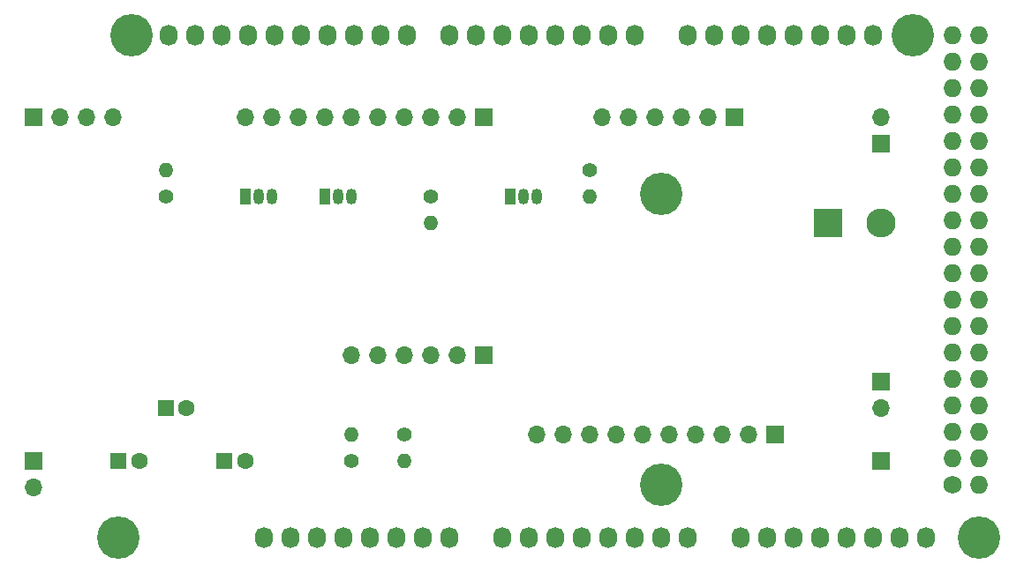
<source format=gbr>
%TF.GenerationSoftware,KiCad,Pcbnew,(6.0.4-0)*%
%TF.CreationDate,2022-06-10T18:36:53-07:00*%
%TF.ProjectId,sailface-mega-shield,7361696c-6661-4636-952d-6d6567612d73,rev?*%
%TF.SameCoordinates,Original*%
%TF.FileFunction,Soldermask,Top*%
%TF.FilePolarity,Negative*%
%FSLAX46Y46*%
G04 Gerber Fmt 4.6, Leading zero omitted, Abs format (unit mm)*
G04 Created by KiCad (PCBNEW (6.0.4-0)) date 2022-06-10 18:36:53*
%MOMM*%
%LPD*%
G01*
G04 APERTURE LIST*
%ADD10O,1.700000X1.700000*%
%ADD11R,1.700000X1.700000*%
%ADD12R,2.800000X2.800000*%
%ADD13O,2.800000X2.800000*%
%ADD14C,1.400000*%
%ADD15O,1.400000X1.400000*%
%ADD16R,1.600000X1.600000*%
%ADD17C,1.600000*%
%ADD18O,1.050000X1.500000*%
%ADD19R,1.050000X1.500000*%
%ADD20C,1.727200*%
%ADD21O,1.727200X1.727200*%
%ADD22O,1.727200X2.032000*%
%ADD23C,4.064000*%
G04 APERTURE END LIST*
D10*
%TO.C,BAT_CURRENT_SENSOR*%
X139700000Y-101600000D03*
X142240000Y-101600000D03*
X144780000Y-101600000D03*
X147320000Y-101600000D03*
X149860000Y-101600000D03*
D11*
X152400000Y-101600000D03*
%TD*%
D12*
%TO.C,D1*%
X185420000Y-88900000D03*
D13*
X190500000Y-88900000D03*
%TD*%
D14*
%TO.C,R5*%
X139700000Y-111760000D03*
D15*
X139700000Y-109220000D03*
%TD*%
D14*
%TO.C,R4*%
X144780000Y-109220000D03*
D15*
X144780000Y-111760000D03*
%TD*%
D14*
%TO.C,R3*%
X147320000Y-86360000D03*
D15*
X147320000Y-88900000D03*
%TD*%
D14*
%TO.C,R2*%
X162560000Y-83820000D03*
D15*
X162560000Y-86360000D03*
%TD*%
D14*
%TO.C,R1*%
X121920000Y-86360000D03*
D15*
X121920000Y-83820000D03*
%TD*%
D11*
%TO.C,BATTERY*%
X190500000Y-81280000D03*
D10*
X190500000Y-78740000D03*
%TD*%
D11*
%TO.C,ARDUINO_POWER1*%
X109220000Y-111760000D03*
D10*
X109220000Y-114300000D03*
%TD*%
D11*
%TO.C,MOTOR_PWM*%
X190500000Y-111760000D03*
%TD*%
D10*
%TO.C,MOTOR_POWER*%
X190500000Y-106680000D03*
D11*
X190500000Y-104140000D03*
%TD*%
D16*
%TO.C,C3*%
X121920000Y-106680000D03*
D17*
X123920000Y-106680000D03*
%TD*%
D16*
%TO.C,C2*%
X127540000Y-111760000D03*
D17*
X129540000Y-111760000D03*
%TD*%
D16*
%TO.C,C1*%
X117380000Y-111760000D03*
D17*
X119380000Y-111760000D03*
%TD*%
D18*
%TO.C,MPU_TOGGLE1*%
X139700000Y-86360000D03*
X138430000Y-86360000D03*
D19*
X137160000Y-86360000D03*
%TD*%
D18*
%TO.C,GPS_TOGGLE1*%
X132080000Y-86360000D03*
X130810000Y-86360000D03*
D19*
X129540000Y-86360000D03*
%TD*%
D18*
%TO.C,BLUETOOTH_TOGGLE1*%
X157480000Y-86360000D03*
X156210000Y-86360000D03*
D19*
X154940000Y-86360000D03*
%TD*%
D20*
%TO.C,P1*%
X197358000Y-114046000D03*
D21*
X199898000Y-114046000D03*
X197358000Y-111506000D03*
X199898000Y-111506000D03*
X197358000Y-108966000D03*
X199898000Y-108966000D03*
X197358000Y-106426000D03*
X199898000Y-106426000D03*
X197358000Y-103886000D03*
X199898000Y-103886000D03*
X197358000Y-101346000D03*
X199898000Y-101346000D03*
X197358000Y-98806000D03*
X199898000Y-98806000D03*
X197358000Y-96266000D03*
X199898000Y-96266000D03*
X197358000Y-93726000D03*
X199898000Y-93726000D03*
X197358000Y-91186000D03*
X199898000Y-91186000D03*
X197358000Y-88646000D03*
X199898000Y-88646000D03*
X197358000Y-86106000D03*
X199898000Y-86106000D03*
X197358000Y-83566000D03*
X199898000Y-83566000D03*
X197358000Y-81026000D03*
X199898000Y-81026000D03*
X197358000Y-78486000D03*
X199898000Y-78486000D03*
X197358000Y-75946000D03*
X199898000Y-75946000D03*
X197358000Y-73406000D03*
X199898000Y-73406000D03*
X197358000Y-70866000D03*
X199898000Y-70866000D03*
%TD*%
D22*
%TO.C,P2*%
X131318000Y-119126000D03*
X133858000Y-119126000D03*
X136398000Y-119126000D03*
X138938000Y-119126000D03*
X141478000Y-119126000D03*
X144018000Y-119126000D03*
X146558000Y-119126000D03*
X149098000Y-119126000D03*
%TD*%
%TO.C,P3*%
X154178000Y-119126000D03*
X156718000Y-119126000D03*
X159258000Y-119126000D03*
X161798000Y-119126000D03*
X164338000Y-119126000D03*
X166878000Y-119126000D03*
X169418000Y-119126000D03*
X171958000Y-119126000D03*
%TD*%
%TO.C,P4*%
X177038000Y-119126000D03*
X179578000Y-119126000D03*
X182118000Y-119126000D03*
X184658000Y-119126000D03*
X187198000Y-119126000D03*
X189738000Y-119126000D03*
X192278000Y-119126000D03*
X194818000Y-119126000D03*
%TD*%
%TO.C,P5*%
X122174000Y-70866000D03*
X124714000Y-70866000D03*
X127254000Y-70866000D03*
X129794000Y-70866000D03*
X132334000Y-70866000D03*
X134874000Y-70866000D03*
X137414000Y-70866000D03*
X139954000Y-70866000D03*
X142494000Y-70866000D03*
X145034000Y-70866000D03*
%TD*%
%TO.C,P6*%
X149098000Y-70866000D03*
X151638000Y-70866000D03*
X154178000Y-70866000D03*
X156718000Y-70866000D03*
X159258000Y-70866000D03*
X161798000Y-70866000D03*
X164338000Y-70866000D03*
X166878000Y-70866000D03*
%TD*%
%TO.C,P7*%
X171958000Y-70866000D03*
X174498000Y-70866000D03*
X177038000Y-70866000D03*
X179578000Y-70866000D03*
X182118000Y-70866000D03*
X184658000Y-70866000D03*
X187198000Y-70866000D03*
X189738000Y-70866000D03*
%TD*%
D23*
%TO.C,P8*%
X117348000Y-119126000D03*
%TD*%
%TO.C,P9*%
X169418000Y-114046000D03*
%TD*%
%TO.C,P10*%
X199898000Y-119126000D03*
%TD*%
%TO.C,P11*%
X118618000Y-70866000D03*
%TD*%
%TO.C,P12*%
X169418000Y-86106000D03*
%TD*%
%TO.C,P13*%
X193548000Y-70866000D03*
%TD*%
D11*
%TO.C,MPU*%
X152400000Y-78740000D03*
D10*
X149860000Y-78740000D03*
X147320000Y-78740000D03*
X144780000Y-78740000D03*
X142240000Y-78740000D03*
X139700000Y-78740000D03*
X137160000Y-78740000D03*
X134620000Y-78740000D03*
X132080000Y-78740000D03*
X129540000Y-78740000D03*
%TD*%
D11*
%TO.C,BLUETOOTH*%
X176505000Y-78765000D03*
D10*
X173965000Y-78765000D03*
X171425000Y-78765000D03*
X168885000Y-78765000D03*
X166345000Y-78765000D03*
X163805000Y-78765000D03*
%TD*%
D11*
%TO.C,IRIDIUM*%
X180340000Y-109220000D03*
D10*
X177800000Y-109220000D03*
X175260000Y-109220000D03*
X172720000Y-109220000D03*
X170180000Y-109220000D03*
X167640000Y-109220000D03*
X165100000Y-109220000D03*
X162560000Y-109220000D03*
X160020000Y-109220000D03*
X157480000Y-109220000D03*
%TD*%
%TO.C,GPS*%
X116840000Y-78765000D03*
X114300000Y-78765000D03*
X111760000Y-78765000D03*
D11*
X109220000Y-78765000D03*
%TD*%
M02*

</source>
